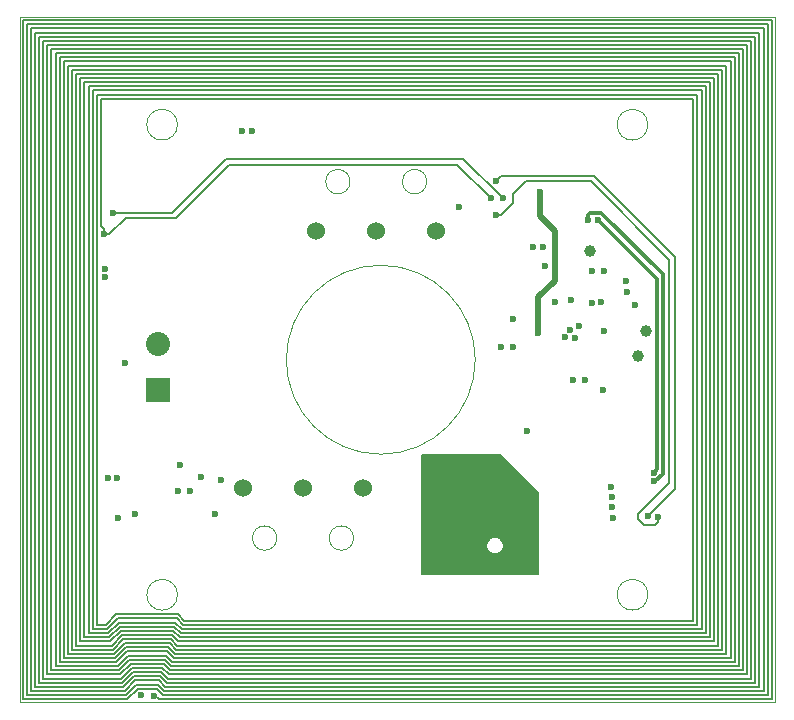
<source format=gbr>
%TF.GenerationSoftware,KiCad,Pcbnew,5.0.2-bee76a0~70~ubuntu18.04.1*%
%TF.CreationDate,2020-02-29T17:25:56-08:00*%
%TF.ProjectId,ypanel,7970616e-656c-42e6-9b69-6361645f7063,rev?*%
%TF.SameCoordinates,Original*%
%TF.FileFunction,Copper,L5,Inr*%
%TF.FilePolarity,Positive*%
%FSLAX46Y46*%
G04 Gerber Fmt 4.6, Leading zero omitted, Abs format (unit mm)*
G04 Created by KiCad (PCBNEW 5.0.2-bee76a0~70~ubuntu18.04.1) date Sat 29 Feb 2020 05:25:56 PM PST*
%MOMM*%
%LPD*%
G01*
G04 APERTURE LIST*
%ADD10C,0.100000*%
%ADD11C,0.050000*%
%ADD12C,2.032000*%
%ADD13R,2.032000X2.032000*%
%ADD14C,1.000000*%
%ADD15C,1.524000*%
%ADD16C,0.600000*%
%ADD17C,0.480000*%
%ADD18C,0.127000*%
%ADD19C,0.190000*%
%ADD20C,0.320000*%
%ADD21C,0.160000*%
G04 APERTURE END LIST*
D10*
X151587000Y-99000001D02*
G75*
G03X151587000Y-99000001I-8000000J0D01*
G01*
X134779564Y-114100000D02*
G75*
G03X134779564Y-114100000I-1029564J0D01*
G01*
X141279564Y-114100000D02*
G75*
G03X141279564Y-114100000I-1029564J0D01*
G01*
X126375000Y-118900000D02*
G75*
G03X126375000Y-118900000I-1300000J0D01*
G01*
X140979564Y-83920436D02*
G75*
G03X140979564Y-83920436I-1029564J0D01*
G01*
X147479564Y-83920436D02*
G75*
G03X147479564Y-83920436I-1029564J0D01*
G01*
X176975000Y-70000000D02*
X176975000Y-128000000D01*
X166200000Y-118900000D02*
G75*
G03X166200000Y-118900000I-1300000J0D01*
G01*
D11*
X126372800Y-79100000D02*
G75*
G03X126372800Y-79100000I-1300000J0D01*
G01*
D10*
X166195000Y-79102480D02*
G75*
G03X166195000Y-79102480I-1300000J0D01*
G01*
X176975000Y-70000000D02*
X113000000Y-70000000D01*
X113000000Y-128000000D02*
X176975000Y-128000000D01*
X113000000Y-70000000D02*
X113000000Y-128000000D01*
D12*
X124764800Y-97691060D03*
D13*
X124764800Y-101546660D03*
D14*
X161267720Y-89773460D03*
X166000000Y-96550000D03*
X165350000Y-98650000D03*
D15*
X142080000Y-109900000D03*
X137000000Y-109900000D03*
X131920000Y-109900000D03*
X148300000Y-88100000D03*
X143200000Y-88100000D03*
X138100000Y-88100000D03*
D16*
X150197820Y-86072980D03*
X159634500Y-96507000D03*
X160900000Y-100750000D03*
X160350000Y-96150000D03*
X159200000Y-97050000D03*
X160050000Y-97150000D03*
X158295807Y-94129012D03*
X163220400Y-112369600D03*
X161450000Y-94200000D03*
X150650000Y-113100000D03*
X150300000Y-112450000D03*
X161450000Y-91500000D03*
X165100000Y-94350000D03*
X164350000Y-92300000D03*
X154750000Y-97900000D03*
X153750000Y-97950000D03*
X121900000Y-99250000D03*
X128400000Y-108900000D03*
X130050000Y-109150000D03*
X122800000Y-112050000D03*
X131800000Y-79600000D03*
X132650000Y-79600000D03*
X120200000Y-91300000D03*
X120200000Y-92000000D03*
X120500000Y-109000000D03*
X121250000Y-109000000D03*
X152250000Y-107250000D03*
X152750000Y-108000000D03*
X153000000Y-108750000D03*
X147500000Y-109250000D03*
X148000000Y-110000000D03*
X148250000Y-110750000D03*
X159850000Y-100750000D03*
X162250000Y-94150000D03*
X157483120Y-91084100D03*
X163200000Y-111500000D03*
X126450000Y-110150000D03*
X155950000Y-105000000D03*
X126600000Y-107950000D03*
X157050000Y-84800000D03*
X156876844Y-96740660D03*
X162450000Y-91500000D03*
X154750000Y-95550000D03*
X163200000Y-110650000D03*
X129550000Y-112050000D03*
X127400000Y-110150000D03*
X163100000Y-109750000D03*
X166200000Y-112250000D03*
X153340597Y-83865157D03*
X161100000Y-87150000D03*
X166700000Y-109300000D03*
X161950000Y-87150000D03*
X166700000Y-108550000D03*
X167100000Y-112300000D03*
X153339000Y-86767200D03*
X124400000Y-127450000D03*
X123250000Y-127400000D03*
X121300000Y-112395000D03*
X120142000Y-88392000D03*
X120950000Y-86550000D03*
X152894500Y-85332100D03*
X153897800Y-85332100D03*
X162450000Y-96600000D03*
X162400000Y-101550000D03*
X159670844Y-93971156D03*
X164400000Y-93250000D03*
X157361200Y-89420400D03*
X156497600Y-89420400D03*
D17*
X157050000Y-84800000D02*
X157050000Y-86850000D01*
X157050000Y-86850000D02*
X158300000Y-88100000D01*
X158300000Y-88100000D02*
X158300000Y-92300000D01*
X156876844Y-93723156D02*
X156876844Y-96740660D01*
X158300000Y-92300000D02*
X156876844Y-93723156D01*
D18*
X153340597Y-83865157D02*
X153640596Y-83565158D01*
D19*
X166200000Y-112250000D02*
X168500000Y-109950000D01*
X168500000Y-109950000D02*
X168500000Y-90300000D01*
X168500000Y-90300000D02*
X161650000Y-83450000D01*
X153755754Y-83450000D02*
X153340597Y-83865157D01*
X161650000Y-83450000D02*
X153755754Y-83450000D01*
D20*
X162231761Y-86562999D02*
X161262737Y-86562999D01*
X167447008Y-91778246D02*
X162231761Y-86562999D01*
X167447008Y-108671754D02*
X167447008Y-91778246D01*
X166818762Y-109300000D02*
X167447008Y-108671754D01*
X161262737Y-86562999D02*
X161100000Y-86725736D01*
X166700000Y-109300000D02*
X166818762Y-109300000D01*
X161100000Y-87150000D02*
X161100000Y-86725736D01*
X166999999Y-108250001D02*
X166700000Y-108550000D01*
X167000000Y-92200000D02*
X166999999Y-108250001D01*
X161950000Y-87150000D02*
X167000000Y-92200000D01*
D19*
X154800000Y-85750000D02*
X153782800Y-86767200D01*
X168000000Y-90550000D02*
X161350000Y-83900000D01*
X161350000Y-83900000D02*
X155850000Y-83900000D01*
X168000000Y-109450000D02*
X168000000Y-90550000D01*
X154800000Y-84950000D02*
X154800000Y-85750000D01*
X167100000Y-112724264D02*
X166824264Y-113000000D01*
X155850000Y-83900000D02*
X154800000Y-84950000D01*
X165400000Y-112050000D02*
X168000000Y-109450000D01*
X167100000Y-112300000D02*
X167100000Y-112724264D01*
X165900000Y-113000000D02*
X165400000Y-112500000D01*
X153782800Y-86767200D02*
X153339000Y-86767200D01*
X166824264Y-113000000D02*
X165900000Y-113000000D01*
X165400000Y-112500000D02*
X165400000Y-112050000D01*
X121450000Y-72000000D02*
X121500000Y-72000000D01*
X129550000Y-73050000D02*
X129650000Y-73050000D01*
X119450000Y-73400000D02*
X120100000Y-73400000D01*
X174950000Y-126000000D02*
X125550000Y-126000000D01*
X125000000Y-125450000D02*
X122600000Y-125450000D01*
X125550000Y-126000000D02*
X125000000Y-125450000D01*
X174950000Y-72000000D02*
X174950000Y-126000000D01*
X121450000Y-72000000D02*
X174950000Y-72000000D01*
X125450000Y-126350000D02*
X175300000Y-126350000D01*
X114650000Y-71650000D02*
X114650000Y-126350000D01*
X124900000Y-125800000D02*
X125450000Y-126350000D01*
X114300000Y-71300000D02*
X114300000Y-126700000D01*
X175300000Y-71650000D02*
X114650000Y-71650000D01*
X175650000Y-71300000D02*
X114300000Y-71300000D01*
X114300000Y-126700000D02*
X121800000Y-126700000D01*
X125350000Y-126700000D02*
X175650000Y-126700000D01*
X175300000Y-126350000D02*
X175300000Y-71650000D01*
X121900000Y-127050000D02*
X122800000Y-126150000D01*
X113950000Y-70950000D02*
X113950000Y-127050000D01*
X121800000Y-126700000D02*
X122700000Y-125800000D01*
X176000000Y-70950000D02*
X113950000Y-70950000D01*
X124700000Y-126500000D02*
X125250000Y-127050000D01*
X122800000Y-126150000D02*
X124800000Y-126150000D01*
X122900000Y-126500000D02*
X124700000Y-126500000D01*
X113600000Y-127400000D02*
X122000000Y-127400000D01*
X176000000Y-127050000D02*
X176000000Y-70950000D01*
X176702990Y-127697010D02*
X176702990Y-126802990D01*
X122000000Y-127400000D02*
X122900000Y-126500000D01*
X113600000Y-70600000D02*
X113600000Y-127400000D01*
X176350000Y-70600000D02*
X113600000Y-70600000D01*
X175650000Y-126700000D02*
X175650000Y-71300000D01*
X176350000Y-127400000D02*
X176350000Y-70600000D01*
X124600000Y-126850000D02*
X125150000Y-127400000D01*
X122122010Y-127727990D02*
X123000000Y-126850000D01*
X125250000Y-127050000D02*
X176000000Y-127050000D01*
X122700000Y-125800000D02*
X124900000Y-125800000D01*
X113272010Y-127727990D02*
X122122010Y-127727990D01*
X176702990Y-126802990D02*
X176700000Y-126800000D01*
X123000000Y-126850000D02*
X124600000Y-126850000D01*
X124777990Y-127727990D02*
X176622010Y-127727990D01*
X113272010Y-70272010D02*
X113272010Y-127727990D01*
X176700000Y-126800000D02*
X176700000Y-70272010D01*
X124400000Y-127450000D02*
X124500000Y-127450000D01*
X176622010Y-127727990D02*
X176652990Y-127697010D01*
X124500000Y-127450000D02*
X124777990Y-127727990D01*
X176700000Y-70272010D02*
X113272010Y-70272010D01*
X124800000Y-126150000D02*
X125350000Y-126700000D01*
X125150000Y-127400000D02*
X176350000Y-127400000D01*
X113950000Y-127050000D02*
X121900000Y-127050000D01*
X176652990Y-127697010D02*
X176702990Y-127697010D01*
X121700000Y-126350000D02*
X122600000Y-125450000D01*
X114650000Y-126350000D02*
X121700000Y-126350000D01*
X173550000Y-73400000D02*
X119450000Y-73400000D01*
X173550000Y-124600000D02*
X173550000Y-73400000D01*
X125950000Y-124600000D02*
X173550000Y-124600000D01*
X116050000Y-124950000D02*
X121300000Y-124950000D01*
X121300000Y-124950000D02*
X122200000Y-124050000D01*
X125400000Y-124050000D02*
X125950000Y-124600000D01*
X122200000Y-124050000D02*
X125400000Y-124050000D01*
X116050000Y-73050000D02*
X116050000Y-124950000D01*
X129650000Y-73050000D02*
X116050000Y-73050000D01*
X122500000Y-125100000D02*
X121600000Y-126000000D01*
X125100000Y-125100000D02*
X122500000Y-125100000D01*
X122400000Y-124750000D02*
X121500000Y-125650000D01*
X125200000Y-124750000D02*
X122400000Y-124750000D01*
X125650000Y-125650000D02*
X125100000Y-125100000D01*
X125750000Y-125300000D02*
X125200000Y-124750000D01*
X173900000Y-73050000D02*
X173900000Y-124950000D01*
X174250000Y-125300000D02*
X125750000Y-125300000D01*
X115700000Y-72700000D02*
X174250000Y-72700000D01*
X115700000Y-125300000D02*
X115700000Y-72700000D01*
X121400000Y-125300000D02*
X115700000Y-125300000D01*
X121600000Y-126000000D02*
X115000000Y-126000000D01*
X115350000Y-72350000D02*
X174600000Y-72350000D01*
X174250000Y-72700000D02*
X174250000Y-125300000D01*
X115350000Y-125650000D02*
X115350000Y-72350000D01*
X122300000Y-124400000D02*
X121400000Y-125300000D01*
X125300000Y-124400000D02*
X122300000Y-124400000D01*
X174600000Y-72350000D02*
X174600000Y-125650000D01*
X125850000Y-124950000D02*
X125300000Y-124400000D01*
X173900000Y-124950000D02*
X125850000Y-124950000D01*
X115000000Y-126000000D02*
X115000000Y-72000000D01*
X174600000Y-125650000D02*
X125650000Y-125650000D01*
X121500000Y-125650000D02*
X115350000Y-125650000D01*
X115000000Y-72000000D02*
X121450000Y-72000000D01*
X129650000Y-73050000D02*
X173900000Y-73050000D01*
X120142000Y-87892000D02*
X120142000Y-88392000D01*
X119900000Y-87650000D02*
X120142000Y-87892000D01*
X119900000Y-76900000D02*
X119900000Y-87650000D01*
X126950000Y-121100000D02*
X170050000Y-121100000D01*
X119550000Y-121450000D02*
X120300000Y-121450000D01*
X119550000Y-76550000D02*
X119550000Y-121450000D01*
X170050000Y-121100000D02*
X170050000Y-76900000D01*
X170400000Y-76550000D02*
X119550000Y-76550000D01*
X170400000Y-121450000D02*
X170400000Y-76550000D01*
X119200000Y-76200000D02*
X119200000Y-121800000D01*
X170750000Y-76200000D02*
X119200000Y-76200000D01*
X170750000Y-121800000D02*
X170750000Y-76200000D01*
X120500000Y-122150000D02*
X121400000Y-121250000D01*
X118850000Y-75850000D02*
X118850000Y-122150000D01*
X126400000Y-120550000D02*
X126950000Y-121100000D01*
X171100000Y-75850000D02*
X118850000Y-75850000D01*
X171100000Y-122150000D02*
X171100000Y-75850000D01*
X121500000Y-121600000D02*
X126100000Y-121600000D01*
X126850000Y-121450000D02*
X170400000Y-121450000D01*
X171450000Y-75500000D02*
X118500000Y-75500000D01*
X171450000Y-122500000D02*
X171450000Y-75500000D01*
X126000000Y-121950000D02*
X126550000Y-122500000D01*
X118150000Y-75150000D02*
X118150000Y-122850000D01*
X120800000Y-123200000D02*
X121700000Y-122300000D01*
X126450000Y-122850000D02*
X171800000Y-122850000D01*
X126300000Y-120900000D02*
X126850000Y-121450000D01*
X120600000Y-122500000D02*
X121500000Y-121600000D01*
X117800000Y-74800000D02*
X117800000Y-123200000D01*
X172850000Y-123900000D02*
X172850000Y-74100000D01*
X125900000Y-122300000D02*
X126450000Y-122850000D01*
X126750000Y-121800000D02*
X170750000Y-121800000D01*
X117800000Y-123200000D02*
X120800000Y-123200000D01*
X121700000Y-122300000D02*
X125900000Y-122300000D01*
X120400000Y-121800000D02*
X121300000Y-120900000D01*
X125600000Y-123350000D02*
X126150000Y-123900000D01*
X171800000Y-75150000D02*
X118150000Y-75150000D01*
X126650000Y-122150000D02*
X171100000Y-122150000D01*
X172150000Y-123200000D02*
X172150000Y-74800000D01*
X126550000Y-122500000D02*
X171450000Y-122500000D01*
X117100000Y-74100000D02*
X117100000Y-123900000D01*
X172150000Y-74800000D02*
X117800000Y-74800000D01*
X126350000Y-123200000D02*
X172150000Y-123200000D01*
X121100000Y-124250000D02*
X122000000Y-123350000D01*
X121800000Y-122650000D02*
X125800000Y-122650000D01*
X120900000Y-123550000D02*
X121800000Y-122650000D01*
X117450000Y-123550000D02*
X120900000Y-123550000D01*
X117450000Y-74450000D02*
X117450000Y-123550000D01*
X172500000Y-74450000D02*
X117450000Y-74450000D01*
X121000000Y-123900000D02*
X121900000Y-123000000D01*
X121900000Y-123000000D02*
X125700000Y-123000000D01*
X125500000Y-123700000D02*
X126050000Y-124250000D01*
X117100000Y-123900000D02*
X121000000Y-123900000D01*
X121300000Y-120900000D02*
X126300000Y-120900000D01*
X121600000Y-121950000D02*
X126000000Y-121950000D01*
X126150000Y-123900000D02*
X172850000Y-123900000D01*
X126050000Y-124250000D02*
X173200000Y-124250000D01*
X125700000Y-123000000D02*
X126250000Y-123550000D01*
X118500000Y-75500000D02*
X118500000Y-122500000D01*
X116400000Y-124600000D02*
X121200000Y-124600000D01*
X118500000Y-122500000D02*
X120600000Y-122500000D01*
X122000000Y-123350000D02*
X125600000Y-123350000D01*
X120300000Y-121450000D02*
X121200000Y-120550000D01*
X119200000Y-121800000D02*
X120400000Y-121800000D01*
X121200000Y-124600000D02*
X122100000Y-123700000D01*
X125800000Y-122650000D02*
X126350000Y-123200000D01*
X116750000Y-124250000D02*
X121100000Y-124250000D01*
X172500000Y-123550000D02*
X172500000Y-74450000D01*
X116750000Y-73750000D02*
X116750000Y-124250000D01*
X126250000Y-123550000D02*
X172500000Y-123550000D01*
X118150000Y-122850000D02*
X120700000Y-122850000D01*
X119450000Y-73400000D02*
X116400000Y-73400000D01*
X172850000Y-74100000D02*
X117100000Y-74100000D01*
X126100000Y-121600000D02*
X126650000Y-122150000D01*
X122100000Y-123700000D02*
X125500000Y-123700000D01*
X121200000Y-120550000D02*
X126400000Y-120550000D01*
X120700000Y-122850000D02*
X121600000Y-121950000D01*
X118850000Y-122150000D02*
X120500000Y-122150000D01*
X173200000Y-73750000D02*
X116750000Y-73750000D01*
X121400000Y-121250000D02*
X126200000Y-121250000D01*
X173200000Y-124250000D02*
X173200000Y-73750000D01*
X171800000Y-122850000D02*
X171800000Y-75150000D01*
X170050000Y-76900000D02*
X119900000Y-76900000D01*
X126200000Y-121250000D02*
X126750000Y-121800000D01*
X116400000Y-73400000D02*
X116400000Y-124600000D01*
X120950000Y-86550000D02*
X125950000Y-86550000D01*
X125950000Y-86550000D02*
X130500000Y-82000000D01*
X150565700Y-82000000D02*
X153897800Y-85332100D01*
X130500000Y-82000000D02*
X150565700Y-82000000D01*
X120608000Y-88392000D02*
X120142000Y-88392000D01*
X126250000Y-87000000D02*
X122000000Y-87000000D01*
X122000000Y-87000000D02*
X120608000Y-88392000D01*
X130750000Y-82500000D02*
X126250000Y-87000000D01*
X150062400Y-82500000D02*
X130750000Y-82500000D01*
X152894500Y-85332100D02*
X150062400Y-82500000D01*
D21*
G36*
X156920000Y-110283138D02*
X156920000Y-117170000D01*
X147080000Y-117170000D01*
X147080000Y-114602805D01*
X152510000Y-114602805D01*
X152510000Y-114897195D01*
X152622659Y-115169176D01*
X152830824Y-115377341D01*
X153102805Y-115490000D01*
X153397195Y-115490000D01*
X153669176Y-115377341D01*
X153877341Y-115169176D01*
X153990000Y-114897195D01*
X153990000Y-114602805D01*
X153877341Y-114330824D01*
X153669176Y-114122659D01*
X153397195Y-114010000D01*
X153102805Y-114010000D01*
X152830824Y-114122659D01*
X152622659Y-114330824D01*
X152510000Y-114602805D01*
X147080000Y-114602805D01*
X147080000Y-107080000D01*
X153716862Y-107080000D01*
X156920000Y-110283138D01*
X156920000Y-110283138D01*
G37*
X156920000Y-110283138D02*
X156920000Y-117170000D01*
X147080000Y-117170000D01*
X147080000Y-114602805D01*
X152510000Y-114602805D01*
X152510000Y-114897195D01*
X152622659Y-115169176D01*
X152830824Y-115377341D01*
X153102805Y-115490000D01*
X153397195Y-115490000D01*
X153669176Y-115377341D01*
X153877341Y-115169176D01*
X153990000Y-114897195D01*
X153990000Y-114602805D01*
X153877341Y-114330824D01*
X153669176Y-114122659D01*
X153397195Y-114010000D01*
X153102805Y-114010000D01*
X152830824Y-114122659D01*
X152622659Y-114330824D01*
X152510000Y-114602805D01*
X147080000Y-114602805D01*
X147080000Y-107080000D01*
X153716862Y-107080000D01*
X156920000Y-110283138D01*
M02*

</source>
